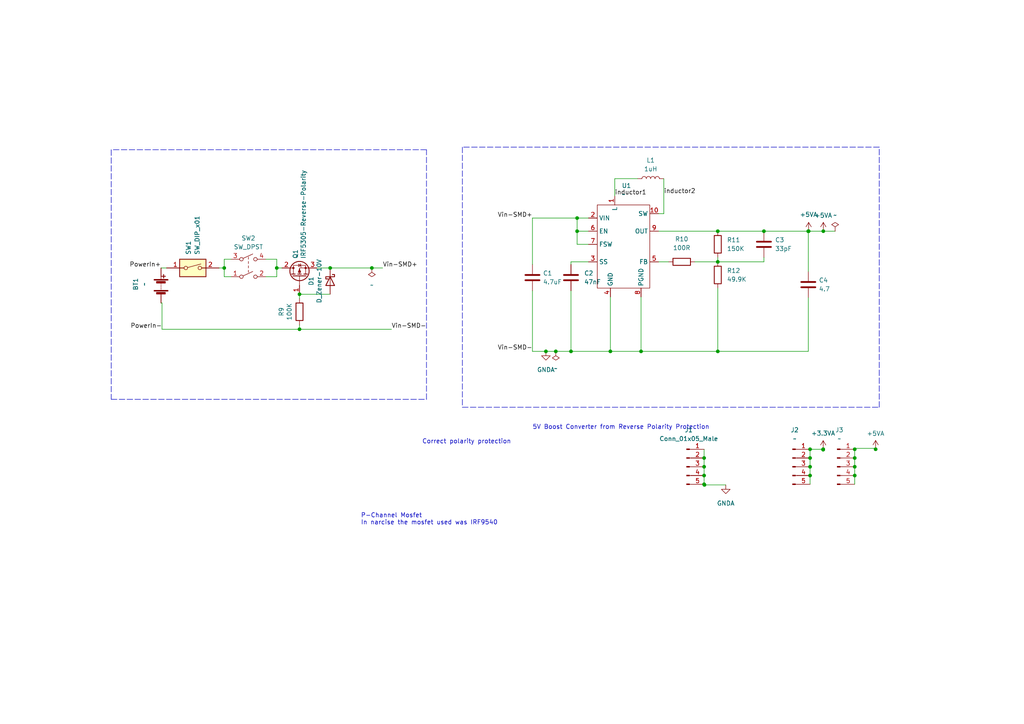
<source format=kicad_sch>
(kicad_sch (version 20211123) (generator eeschema)
  (paper "A4")
  (lib_symbols
    (symbol "Connector:Conn_01x05_Male" (pin_names (offset 1.016) hide)
      (property "Reference" "J" (at 0 7.62 0))
      (property "Value" "Conn_01x05_Male" (at 0 -7.62 0))
      (symbol "Conn_01x05_Male_1_1"
        (polyline (pts (xy 1.27 -5.08) (xy 0.8636 -5.08)) (stroke (width 0.1524)))
        (polyline (pts (xy 1.27 -2.54) (xy 0.8636 -2.54)) (stroke (width 0.1524)))
        (polyline (pts (xy 1.27 0) (xy 0.8636 0)) (stroke (width 0.1524)))
        (polyline (pts (xy 1.27 2.54) (xy 0.8636 2.54)) (stroke (width 0.1524)))
        (polyline (pts (xy 1.27 5.08) (xy 0.8636 5.08)) (stroke (width 0.1524)))
        (rectangle (start 0.8636 -4.953) (end 0 -5.207) (stroke (width 0.1524)) (fill (type outline)))
        (rectangle (start 0.8636 -2.413) (end 0 -2.667) (stroke (width 0.1524)) (fill (type outline)))
        (rectangle (start 0.8636 0.127) (end 0 -0.127) (stroke (width 0.1524)) (fill (type outline)))
        (rectangle (start 0.8636 2.667) (end 0 2.413) (stroke (width 0.1524)) (fill (type outline)))
        (rectangle (start 0.8636 5.207) (end 0 4.953) (stroke (width 0.1524)) (fill (type outline)))
        (pin passive line (at 5.08 5.08 180) (length 3.81) (name "Pin_1") (number "1"))
        (pin passive line (at 5.08 2.54 180) (length 3.81) (name "Pin_2") (number "2"))
        (pin passive line (at 5.08 0 180) (length 3.81) (name "Pin_3") (number "3"))
        (pin passive line (at 5.08 -2.54 180) (length 3.81) (name "Pin_4") (number "4"))
        (pin passive line (at 5.08 -5.08 180) (length 3.81) (name "Pin_5") (number "5"))
      )
    )
    (symbol "Device:Battery" (pin_numbers hide) (pin_names (offset 0) hide)
      (property "Reference" "BT" (at 2.54 2.54 0))
      (property "Value" "Battery" (at 2.54 0 0))
      (symbol "Battery_0_1"
        (rectangle (start -2.032 -1.397) (end 2.032 -1.651) (fill (type outline)))
        (rectangle (start -2.032 1.778) (end 2.032 1.524) (fill (type outline)))
        (rectangle (start -1.3208 -1.9812) (end 1.27 -2.4892) (fill (type outline)))
        (rectangle (start -1.3208 1.1938) (end 1.27 0.6858) (fill (type outline)))
        (polyline (pts (xy 0 -1.524) (xy 0 -1.27)))
        (polyline (pts (xy 0 -1.016) (xy 0 -0.762)))
        (polyline (pts (xy 0 -0.508) (xy 0 -0.254)))
        (polyline (pts (xy 0 0) (xy 0 0.254)))
        (polyline (pts (xy 0 0.508) (xy 0 0.762)))
        (polyline (pts (xy 0 1.778) (xy 0 2.54)))
        (polyline (pts (xy 0.254 2.667) (xy 1.27 2.667)) (stroke (width 0.254)))
        (polyline (pts (xy 0.762 3.175) (xy 0.762 2.159)) (stroke (width 0.254)))
      )
      (symbol "Battery_1_1"
        (pin passive line (at 0 5.08 270) (length 2.54) (name "+") (number "1"))
        (pin passive line (at 0 -5.08 90) (length 2.54) (name "-") (number "2"))
      )
    )
    (symbol "Device:C" (pin_numbers hide) (pin_names (offset 0.254))
      (property "Reference" "C" (at 0.635 2.54 0))
      (property "Value" "C" (at 0.635 -2.54 0))
      (symbol "C_0_1"
        (polyline (pts (xy -2.032 -0.762) (xy 2.032 -0.762)) (stroke (width 0.508)))
        (polyline (pts (xy -2.032 0.762) (xy 2.032 0.762)) (stroke (width 0.508)))
      )
      (symbol "C_1_1"
        (pin passive line (at 0 3.81 270) (length 2.794) (name "~") (number "1"))
        (pin passive line (at 0 -3.81 90) (length 2.794) (name "~") (number "2"))
      )
    )
    (symbol "Device:D_Schottky" (pin_numbers hide) (pin_names (offset 1.016) hide)
      (property "Reference" "D" (at 0 2.54 0))
      (property "Value" "D_Schottky" (at 0 -2.54 0))
      (symbol "D_Schottky_0_1"
        (polyline (pts (xy 1.27 0) (xy -1.27 0)))
        (polyline (pts (xy 1.27 1.27) (xy 1.27 -1.27) (xy -1.27 0) (xy 1.27 1.27)) (stroke (width 0.254)))
        (polyline (pts (xy -1.905 0.635) (xy -1.905 1.27) (xy -1.27 1.27) (xy -1.27 -1.27) (xy -0.635 -1.27) (xy -0.635 -0.635)) (stroke (width 0.254)))
      )
      (symbol "D_Schottky_1_1"
        (pin passive line (at -3.81 0 0) (length 2.54) (name "K") (number "1"))
        (pin passive line (at 3.81 0 180) (length 2.54) (name "A") (number "2"))
      )
    )
    (symbol "Device:L" (pin_numbers hide) (pin_names (offset 1.016) hide)
      (property "Reference" "L" (at -1.27 0 90))
      (property "Value" "L" (at 1.905 0 90))
      (symbol "L_0_1"
        (arc (start 0 -2.54) (mid 0.635 -1.905) (end 0 -1.27))
        (arc (start 0 -1.27) (mid 0.635 -0.635) (end 0 0))
        (arc (start 0 0) (mid 0.635 0.635) (end 0 1.27))
        (arc (start 0 1.27) (mid 0.635 1.905) (end 0 2.54))
      )
      (symbol "L_1_1"
        (pin passive line (at 0 3.81 270) (length 1.27) (name "1") (number "1"))
        (pin passive line (at 0 -3.81 90) (length 1.27) (name "2") (number "2"))
      )
    )
    (symbol "Device:R" (pin_numbers hide) (pin_names (offset 0))
      (property "Reference" "R" (at 2.032 0 90))
      (property "Value" "R" (at 0 0 90))
      (symbol "R_0_1"
        (rectangle (start -1.016 -2.54) (end 1.016 2.54) (stroke (width 0.254)))
      )
      (symbol "R_1_1"
        (pin passive line (at 0 3.81 270) (length 1.27) (name "~") (number "1"))
        (pin passive line (at 0 -3.81 90) (length 1.27) (name "~") (number "2"))
      )
    )
    (symbol "Switch:SW_DIP_x01" (pin_names (offset 0) hide)
      (property "Reference" "SW" (at 0 3.81 0))
      (property "Value" "SW_DIP_x01" (at 0 -3.81 0))
      (symbol "SW_DIP_x01_0_0"
        (circle (center -2.032 0) (radius 0.508))
        (polyline (pts (xy -1.524 0.127) (xy 2.3622 1.1684)))
        (circle (center 2.032 0) (radius 0.508))
      )
      (symbol "SW_DIP_x01_0_1"
        (rectangle (start -3.81 2.54) (end 3.81 -2.54) (stroke (width 0.254)) (fill (type background)))
      )
      (symbol "SW_DIP_x01_1_1"
        (pin passive line (at -7.62 0 0) (length 5.08) (name "~") (number "1"))
        (pin passive line (at 7.62 0 180) (length 5.08) (name "~") (number "2"))
      )
    )
    (symbol "Switch:SW_DPST" (pin_names (offset 0) hide)
      (property "Reference" "SW" (at 0 5.08 0))
      (property "Value" "SW_DPST" (at 0 -5.08 0))
      (symbol "SW_DPST_0_0"
        (circle (center -2.032 -2.54) (radius 0.508))
        (circle (center -2.032 2.54) (radius 0.508))
        (polyline (pts (xy -1.524 -2.286) (xy 1.27 -1.016)))
        (polyline (pts (xy -1.524 2.794) (xy 1.27 4.064)))
        (polyline (pts (xy 0 -1.27) (xy 0 -0.635)))
        (polyline (pts (xy 0 0) (xy 0 0.635)))
        (polyline (pts (xy 0 1.27) (xy 0 1.905)))
        (polyline (pts (xy 0 2.54) (xy 0 3.175)))
        (circle (center 2.032 -2.54) (radius 0.508))
        (circle (center 2.032 2.54) (radius 0.508))
      )
      (symbol "SW_DPST_1_1"
        (pin passive line (at -5.08 -2.54 0) (length 2.54) (name "1") (number "1"))
        (pin passive line (at 5.08 -2.54 180) (length 2.54) (name "2") (number "2"))
        (pin passive line (at -5.08 2.54 0) (length 2.54) (name "3") (number "3"))
        (pin passive line (at 5.08 2.54 180) (length 2.54) (name "4") (number "4"))
      )
    )
    (symbol "ariadne-rescue:IRF5305-Reverse-Polarity-ariadne" (pin_names hide)
      (property "Reference" "Q" (at 3.81 1.905 0))
      (property "Value" "IRF5305-Reverse-Polarity-ariadne" (at 3.81 0 0))
      (symbol "IRF5305-Reverse-Polarity-ariadne_0_1"
        (polyline (pts (xy -1.016 0) (xy -3.81 0)))
        (polyline (pts (xy -1.016 1.905) (xy -1.016 -1.905)) (stroke (width 0.254)))
        (polyline (pts (xy -0.508 -1.27) (xy -0.508 -2.286)) (stroke (width 0.254)))
        (polyline (pts (xy -0.508 0.508) (xy -0.508 -0.508)) (stroke (width 0.254)))
        (polyline (pts (xy -0.508 2.286) (xy -0.508 1.27)) (stroke (width 0.254)))
        (polyline (pts (xy 1.27 2.54) (xy 1.27 1.778)))
        (polyline (pts (xy 1.27 -2.54) (xy 1.27 0) (xy -0.508 0)))
        (polyline (pts (xy -0.508 1.778) (xy 2.032 1.778) (xy 2.032 -1.778) (xy -0.508 -1.778)))
        (polyline (pts (xy 1.016 0) (xy 0 0.381) (xy 0 -0.381) (xy 1.016 0)) (fill (type outline)))
        (polyline (pts (xy 1.524 -0.508) (xy 1.651 -0.381) (xy 2.413 -0.381) (xy 2.54 -0.254)))
        (polyline (pts (xy 2.032 -0.381) (xy 1.651 0.254) (xy 2.413 0.254) (xy 2.032 -0.381)))
        (circle (center 0.381 0) (radius 2.794) (stroke (width 0.254)))
        (circle (center 1.27 -1.778) (radius 0.254) (fill (type outline)))
        (circle (center 1.27 1.778) (radius 0.254) (fill (type outline)))
      )
      (symbol "IRF5305-Reverse-Polarity-ariadne_1_1"
        (pin passive line (at -6.35 0 0) (length 2.54) (name "G") (number "1"))
        (pin output line (at 1.27 5.08 270) (length 2.54) (name "D") (number "2"))
        (pin input line (at 1.27 -5.08 90) (length 2.54) (name "S") (number "3"))
      )
    )
    (symbol "boost-converter:TPS61080"
      (property "Reference" "U" (at 1.27 -1.27 0))
      (property "Value" "TPS61080" (at 0 -17.78 0))
      (symbol "TPS61080_0_1"
        (rectangle (start -7.62 -3.81) (end 7.62 -27.94))
      )
      (symbol "TPS61080_1_1"
        (pin bidirectional line (at -2.54 -1.27 270) (length 2.54) (name "L") (number "1"))
        (pin bidirectional line (at 10.16 -6.35 180) (length 2.54) (name "SW") (number "10"))
        (pin power_in line (at -10.16 -7.62 0) (length 2.54) (name "VIN") (number "2"))
        (pin bidirectional line (at -10.16 -20.32 0) (length 2.54) (name "SS") (number "3"))
        (pin bidirectional line (at -3.81 -30.48 90) (length 2.54) (name "GND") (number "4"))
        (pin bidirectional line (at 10.16 -20.32 180) (length 2.54) (name "FB") (number "5"))
        (pin input line (at -10.16 -11.43 0) (length 2.54) (name "EN") (number "6"))
        (pin input line (at -10.16 -15.24 0) (length 2.54) (name "FSW") (number "7"))
        (pin bidirectional line (at 5.08 -30.48 90) (length 2.54) (name "PGND") (number "8"))
        (pin bidirectional line (at 10.16 -11.43 180) (length 2.54) (name "OUT") (number "9"))
      )
    )
    (symbol "power:+3.3VA" (power) (pin_names (offset 0))
      (property "Value" "+3.3VA" (at 0 3.556 0))
      (symbol "+3.3VA_0_1"
        (polyline (pts (xy -0.762 1.27) (xy 0 2.54)))
        (polyline (pts (xy 0 0) (xy 0 2.54)))
        (polyline (pts (xy 0 2.54) (xy 0.762 1.27)))
      )
      (symbol "+3.3VA_1_1"
        (pin power_in line (at 0 0 90) (length 0) hide (name "+3.3VA") (number "1"))
      )
    )
    (symbol "power:+5VA" (power) (pin_names (offset 0))
      (property "Value" "+5VA" (at 0 3.556 0))
      (symbol "+5VA_0_1"
        (polyline (pts (xy -0.762 1.27) (xy 0 2.54)))
        (polyline (pts (xy 0 0) (xy 0 2.54)))
        (polyline (pts (xy 0 2.54) (xy 0.762 1.27)))
      )
      (symbol "+5VA_1_1"
        (pin power_in line (at 0 0 90) (length 0) hide (name "+5VA") (number "1"))
      )
    )
    (symbol "power:GNDA" (power) (pin_names (offset 0))
      (property "Value" "GNDA" (at 0 -3.81 0))
      (symbol "GNDA_0_1"
        (polyline (pts (xy 0 0) (xy 0 -1.27) (xy 1.27 -1.27) (xy 0 -2.54) (xy -1.27 -1.27) (xy 0 -1.27)))
      )
      (symbol "GNDA_1_1"
        (pin power_in line (at 0 0 270) (length 0) hide (name "GNDA") (number "1"))
      )
    )
    (symbol "power:PWR_FLAG" (power) (pin_numbers hide) (pin_names (offset 0) hide)
      (property "Value" "PWR_FLAG" (at 0 3.81 0))
      (symbol "PWR_FLAG_0_0"
        (pin power_out line (at 0 0 90) (length 0) (name "pwr") (number "1"))
      )
      (symbol "PWR_FLAG_0_1"
        (polyline (pts (xy 0 0) (xy 0 1.27) (xy -1.016 1.905) (xy 0 2.54) (xy 1.016 1.905) (xy 0 1.27)))
      )
    )
  )
  (junction (at 107.8547 77.724))
  (junction (at 167.386 67.056))
  (junction (at 204.216 137.922))
  (junction (at 247.904 137.922))
  (junction (at 253.9665 130.302))
  (junction (at 234.95 135.382))
  (junction (at 208.1859 75.946))
  (junction (at 204.216 140.462))
  (junction (at 65.0349 77.724))
  (junction (at 204.216 135.382))
  (junction (at 234.95 137.922))
  (junction (at 158.3371 101.913))
  (junction (at 234.95 132.842))
  (junction (at 234.442 67.0813))
  (junction (at 238.76 130.302))
  (junction (at 204.3215 140.645))
  (junction (at 234.95 130.302))
  (junction (at 80.2749 77.724))
  (junction (at 86.868 85.344))
  (junction (at 238.7369 130.4004))
  (junction (at 177.038 101.913))
  (junction (at 161.2039 101.913))
  (junction (at 247.904 132.842))
  (junction (at 238.7936 67.056))
  (junction (at 238.76 130.345))
  (junction (at 208.1859 67.056))
  (junction (at 247.904 135.382))
  (junction (at 208.1859 101.913))
  (junction (at 95.758 77.724))
  (junction (at 234.5393 67.056))
  (junction (at 165.608 101.913))
  (junction (at 167.386 63.246))
  (junction (at 234.442 67.056))
  (junction (at 221.5678 67.056))
  (junction (at 204.216 132.842))
  (junction (at 247.904 130.302))
  (junction (at 238.76 130.4004))
  (junction (at 86.868 95.504))
  (junction (at 185.928 101.913))
  (wire (pts (xy 165.608 76.708) (xy 165.608 75.946)))
  (wire (pts (xy 247.904 137.922) (xy 247.904 140.462)))
  (wire (pts (xy 208.1859 101.913) (xy 185.928 101.913)))
  (wire (pts (xy 77.1356 75.184) (xy 80.2749 75.184)))
  (wire (pts (xy 161.2039 101.913) (xy 165.608 101.913)))
  (wire (pts (xy 86.868 94.234) (xy 86.868 95.504)))
  (wire (pts (xy 192.532 51.816) (xy 192.532 61.976)))
  (wire (pts (xy 91.948 77.724) (xy 95.758 77.724)))
  (wire (pts (xy 208.1859 74.676) (xy 208.1859 75.946)))
  (wire (pts (xy 204.216 132.842) (xy 204.216 135.382)))
  (wire (pts (xy 66.9756 75.184) (xy 65.0349 75.184)))
  (wire (pts (xy 170.688 67.056) (xy 167.386 67.056)))
  (wire (pts (xy 46.99 87.884) (xy 46.7068 87.884)))
  (wire (pts (xy 234.95 132.842) (xy 234.95 135.382)))
  (wire (pts (xy 234.5393 67.056) (xy 238.7936 67.056)))
  (wire (pts (xy 46.99 95.504) (xy 46.99 87.884)))
  (wire (pts (xy 234.442 86.36) (xy 234.442 101.913)))
  (wire (pts (xy 65.0349 75.184) (xy 65.0349 77.724)))
  (polyline (pts (xy 123.698 43.434) (xy 32.258 43.434)))
  (wire (pts (xy 234.95 130.302) (xy 234.95 132.842)))
  (wire (pts (xy 254 130.302) (xy 253.9665 130.302)))
  (wire (pts (xy 86.868 95.504) (xy 113.538 95.504)))
  (wire (pts (xy 185.928 101.913) (xy 177.038 101.913)))
  (wire (pts (xy 221.5678 67.056) (xy 234.442 67.056)))
  (wire (pts (xy 191.008 75.946) (xy 193.9135 75.946)))
  (wire (pts (xy 208.1859 83.566) (xy 208.1859 101.913)))
  (wire (pts (xy 80.2749 80.264) (xy 80.2749 77.724)))
  (wire (pts (xy 192.532 61.976) (xy 191.008 61.976)))
  (wire (pts (xy 238.76 130.345) (xy 238.76 130.4004)))
  (wire (pts (xy 204.3215 140.645) (xy 210.5073 140.645)))
  (wire (pts (xy 204.216 135.382) (xy 204.216 137.922)))
  (wire (pts (xy 247.904 130.048) (xy 247.904 130.302)))
  (wire (pts (xy 247.904 130.302) (xy 247.904 132.842)))
  (wire (pts (xy 65.0349 80.264) (xy 66.9756 80.264)))
  (wire (pts (xy 46.7068 77.724) (xy 48.3084 77.724)))
  (wire (pts (xy 178.308 51.816) (xy 178.308 56.896)))
  (wire (pts (xy 177.038 101.913) (xy 165.608 101.913)))
  (wire (pts (xy 238.7936 67.056) (xy 242.2193 67.056)))
  (wire (pts (xy 234.95 137.922) (xy 234.95 140.462)))
  (wire (pts (xy 208.1859 75.946) (xy 221.5678 75.946)))
  (wire (pts (xy 185.928 86.106) (xy 185.928 101.913)))
  (wire (pts (xy 165.608 84.328) (xy 165.608 101.913)))
  (wire (pts (xy 234.95 135.382) (xy 234.95 137.922)))
  (wire (pts (xy 80.2749 75.184) (xy 80.2749 77.724)))
  (polyline (pts (xy 32.258 43.434) (xy 32.258 115.824)))
  (wire (pts (xy 247.904 135.382) (xy 247.904 137.922)))
  (wire (pts (xy 238.76 130.302) (xy 238.76 130.345)))
  (wire (pts (xy 65.0349 77.724) (xy 65.0349 80.264)))
  (wire (pts (xy 167.386 67.056) (xy 167.386 70.866)))
  (wire (pts (xy 46.99 95.504) (xy 86.868 95.504)))
  (wire (pts (xy 170.688 70.866) (xy 167.386 70.866)))
  (wire (pts (xy 80.2749 77.724) (xy 81.788 77.724)))
  (wire (pts (xy 234.442 101.913) (xy 208.1859 101.913)))
  (wire (pts (xy 158.3371 101.913) (xy 161.2039 101.913)))
  (wire (pts (xy 221.5678 75.946) (xy 221.5678 74.676)))
  (wire (pts (xy 238.7369 130.4004) (xy 238.6763 130.4004)))
  (wire (pts (xy 234.442 67.0813) (xy 234.442 78.74)))
  (wire (pts (xy 107.8547 77.724) (xy 110.998 77.724)))
  (wire (pts (xy 201.5335 75.946) (xy 208.1859 75.946)))
  (wire (pts (xy 154.432 63.246) (xy 154.432 76.708)))
  (wire (pts (xy 63.5484 77.724) (xy 65.0349 77.724)))
  (wire (pts (xy 204.216 140.645) (xy 204.3215 140.645)))
  (polyline (pts (xy 255.016 42.672) (xy 134.112 42.672)))
  (wire (pts (xy 77.1356 80.264) (xy 80.2749 80.264)))
  (wire (pts (xy 184.912 51.816) (xy 178.308 51.816)))
  (wire (pts (xy 208.1859 67.056) (xy 221.5678 67.056)))
  (wire (pts (xy 234.442 67.056) (xy 234.5393 67.056)))
  (wire (pts (xy 254 130.048) (xy 254 130.302)))
  (wire (pts (xy 154.432 84.328) (xy 154.432 101.913)))
  (wire (pts (xy 154.432 101.913) (xy 158.3371 101.913)))
  (wire (pts (xy 167.386 63.246) (xy 170.688 63.246)))
  (wire (pts (xy 165.608 75.946) (xy 170.688 75.946)))
  (wire (pts (xy 204.216 130.302) (xy 204.216 132.842)))
  (wire (pts (xy 204.216 137.922) (xy 204.216 140.462)))
  (polyline (pts (xy 32.258 115.824) (xy 123.698 115.824)))
  (wire (pts (xy 154.432 63.246) (xy 167.386 63.246)))
  (wire (pts (xy 234.95 130.302) (xy 238.76 130.302)))
  (wire (pts (xy 254 130.048) (xy 247.904 130.048)))
  (wire (pts (xy 95.758 85.344) (xy 86.868 85.344)))
  (wire (pts (xy 238.76 130.4004) (xy 238.7369 130.4004)))
  (wire (pts (xy 204.216 140.462) (xy 204.216 140.645)))
  (wire (pts (xy 234.442 67.056) (xy 234.442 67.0813)))
  (wire (pts (xy 191.008 67.056) (xy 208.1859 67.056)))
  (wire (pts (xy 95.758 77.724) (xy 107.8547 77.724)))
  (polyline (pts (xy 134.112 42.672) (xy 134.112 118.11)))
  (polyline (pts (xy 123.698 115.824) (xy 123.698 43.434)))
  (wire (pts (xy 167.386 63.246) (xy 167.386 67.056)))
  (wire (pts (xy 86.868 86.614) (xy 86.868 85.344)))
  (wire (pts (xy 247.904 132.842) (xy 247.904 135.382)))
  (wire (pts (xy 177.038 86.106) (xy 177.038 101.913)))
  (polyline (pts (xy 255.016 118.11) (xy 255.016 42.672)))
  (polyline (pts (xy 134.112 118.11) (xy 255.016 118.11)))
  (text "Correct polarity protection\n" (at 122.428 128.905 0) (effects (font (size 1.27 1.27)) (justify left bottom)))
  (text "P-Channel Mosfet\nIn narcise the mosfet used was IRF9540" (at 104.648 152.4 0) (effects (font (size 1.27 1.27)) (justify left bottom)))
  (text "5V Boost Converter from Reverse Polarity Protection\n" (at 154.432 124.714 0) (effects (font (size 1.27 1.27)) (justify left bottom)))
  (label "PowerIn+" (at 46.7068 77.724 180))
  (label "inductor2" (at 192.532 56.438 0))
  (label "inductor1" (at 178.308 56.8167 0))
  (label "Vin-SMD+" (at 154.432 63.3155 180))
  (label "Vin-SMD-" (at 154.432 101.8041 180))
  (label "Vin-SMD-" (at 113.538 95.504 0))
  (label "PowerIn-" (at 46.99 95.504 180))
  (label "Vin-SMD+" (at 110.998 77.724 0))
  (symbol (lib_id "Device:R") (at 197.7235 75.946 90) (unit 1)
    (property "Reference" "R10" (at 197.7235 69.342 90))
    (property "Value" "100R" (at 197.7235 71.882 90))
    (property "Footprint" "Resistor_SMD:R_1206_3216Metric_Pad1.30x1.75mm_HandSolder" (effects hide))
  )
  (symbol (lib_id "Device:D_Schottky") (at 95.758 81.534 270) (unit 1)
    (property "Reference" "D1" (at 90.2462 81.534 0))
    (property "Value" "D_Zener-10V" (at 92.5576 81.534 0))
    (property "Footprint" "Diode_SMD:D_0603_1608Metric_Pad1.05x0.95mm_HandSolder" (effects hide))
  )
  (symbol (lib_id "Device:L") (at 188.722 51.816 90) (unit 1)
    (property "Reference" "L1" (at 188.722 46.482 90))
    (property "Value" "1uH" (at 188.722 49.022 90))
    (property "Footprint" "knownParts:Sumida-1uH-Inductor" (effects hide))
  )
  (symbol (lib_id "boost-converter:TPS61080") (at 180.848 55.626 0) (unit 1)
    (property "Reference" "U1" (at 180.3274 53.848 0) (effects (justify left)))
    (property "Value" "~" (at 180.3274 56.388 0) (effects (justify left)))
    (property "Footprint" "Package_SON:VSON-10-1EP_3x3mm_P0.5mm_EP1.65x2.4mm_ThermalVias" (effects hide))
  )
  (symbol (lib_id "Switch:SW_DPST") (at 72.0556 77.724 0) (unit 1)
    (property "Reference" "SW2" (at 72.0556 69.088 0))
    (property "Value" "SW_DPST" (at 72.0556 71.628 0))
    (property "Footprint" "knownParts:PVA1 EE H1 3.5N V2 Switch" (effects hide))
    (property "DigiKey-Part-Number" "108-PVA1EEH13.5NV2-ND" (effects hide))
    (property "Manufacturer-Product-Number" "PVA1 EE H1 3.5N V2" (effects hide))
  )
  (symbol (lib_id "power:PWR_FLAG") (at 242.2193 67.056 0) (unit 1)
    (property "Reference" "#FLG03" (effects hide))
    (property "Value" "~" (at 242.2193 62.4007 0))
  )
  (symbol (lib_id "Switch:SW_DIP_x01") (at 55.9284 77.724 0) (unit 1)
    (property "Reference" "SW1" (at 54.6583 73.914 90) (effects (justify left)))
    (property "Value" "SW_DIP_x01" (at 57.1983 73.914 90) (effects (justify left)))
    (property "Footprint" "Connector_JST:JST_XH_B2B-XH-AM_1x02_P2.50mm_Vertical" (effects hide))
  )
  (symbol (lib_id "ariadne-rescue:IRF5305-Reverse-Polarity-ariadne") (at 86.868 78.994 90) (unit 1)
    (property "Reference" "Q1" (at 85.6996 75.057 0) (effects (justify left)))
    (property "Value" "IRF5305-Reverse-Polarity" (at 88.011 75.057 0) (effects (justify left)))
    (property "Footprint" "Package_TO_SOT_SMD:TO-263-3_TabPin2" (effects hide))
    (property "Datasheet" "http://www.irf.com/product-info/datasheets/data/irf7606pbf.pdf" (effects hide))
  )
  (symbol (lib_id "Device:C") (at 221.5678 70.866 0) (unit 1)
    (property "Reference" "C3" (at 224.79 69.5959 0) (effects (justify left)))
    (property "Value" "33pF" (at 224.79 72.1359 0) (effects (justify left)))
    (property "Footprint" "Capacitor_SMD:C_1206_3216Metric_Pad1.33x1.80mm_HandSolder" (effects hide))
  )
  (symbol (lib_id "power:PWR_FLAG") (at 107.8547 77.724 180) (unit 1)
    (property "Reference" "#FLG01" (effects hide))
    (property "Value" "~" (at 107.8547 82.6818 0))
  )
  (symbol (lib_id "power:+3.3VA") (at 238.76 130.345 0) (unit 1)
    (property "Reference" "#PWR08" (effects hide))
    (property "Value" "+3.3VA" (at 238.76 125.6746 0))
  )
  (symbol (lib_id "Device:R") (at 208.1859 79.756 0) (unit 1)
    (property "Reference" "R12" (at 210.82 78.4859 0) (effects (justify left)))
    (property "Value" "49.9K" (at 210.82 81.0259 0) (effects (justify left)))
    (property "Footprint" "Resistor_SMD:R_1206_3216Metric_Pad1.30x1.75mm_HandSolder" (effects hide))
  )
  (symbol (lib_id "Device:C") (at 154.432 80.518 0) (unit 1)
    (property "Reference" "C1" (at 157.48 79.2479 0) (effects (justify left)))
    (property "Value" "4.7uF" (at 157.48 81.7879 0) (effects (justify left)))
    (property "Footprint" "Capacitor_SMD:C_1206_3216Metric_Pad1.33x1.80mm_HandSolder" (effects hide))
  )
  (symbol (lib_id "power:+5VA") (at 238.7936 67.056 0) (unit 1)
    (property "Reference" "#PWR09" (effects hide))
    (property "Value" "+5VA" (at 238.7936 62.484 0))
  )
  (symbol (lib_id "Device:C") (at 234.442 82.55 0) (unit 1)
    (property "Reference" "C4" (at 237.49 81.2799 0) (effects (justify left)))
    (property "Value" "4.7" (at 237.49 83.8199 0) (effects (justify left)))
    (property "Footprint" "Capacitor_SMD:C_1206_3216Metric_Pad1.33x1.80mm_HandSolder" (effects hide))
  )
  (symbol (lib_id "Connector:Conn_01x05_Male") (at 199.136 135.382 0) (unit 1)
    (property "Reference" "J1" (at 199.771 124.714 0))
    (property "Value" "Conn_01x05_Male" (at 199.771 127.254 0))
    (property "Footprint" "Connector_PinHeader_2.54mm:PinHeader_1x05_P2.54mm_Vertical" (effects hide))
  )
  (symbol (lib_id "power:PWR_FLAG") (at 161.2039 101.913 180) (unit 1)
    (property "Reference" "#FLG02" (effects hide))
    (property "Value" "~" (at 161.2039 106.8708 0))
  )
  (symbol (lib_id "Device:C") (at 165.608 80.518 0) (unit 1)
    (property "Reference" "C2" (at 169.418 79.2479 0) (effects (justify left)))
    (property "Value" "47nF" (at 169.418 81.7879 0) (effects (justify left)))
    (property "Footprint" "Capacitor_SMD:C_0603_1608Metric_Pad1.08x0.95mm_HandSolder" (effects hide))
  )
  (symbol (lib_id "power:GNDA") (at 210.5073 140.645 0) (unit 1)
    (property "Reference" "#PWR06" (effects hide))
    (property "Value" "GNDA" (at 210.5073 145.979 0))
  )
  (symbol (lib_id "power:GNDA") (at 158.3371 101.913 0) (unit 1)
    (property "Reference" "#PWR05" (effects hide))
    (property "Value" "GNDA" (at 158.3371 107.247 0))
  )
  (symbol (lib_id "Device:R") (at 208.1859 70.866 0) (unit 1)
    (property "Reference" "R11" (at 210.82 69.5959 0) (effects (justify left)))
    (property "Value" "150K" (at 210.82 72.1359 0) (effects (justify left)))
    (property "Footprint" "Resistor_SMD:R_1206_3216Metric_Pad1.30x1.75mm_HandSolder" (effects hide))
  )
  (symbol (lib_id "Device:Battery") (at 46.7068 82.804 0) (unit 1)
    (property "Reference" "BT1" (at 39.3408 82.423 90))
    (property "Value" "~" (at 41.8808 82.423 90))
    (property "Footprint" "1012:1012" (effects hide))
  )
  (symbol (lib_id "power:+5VA") (at 253.9665 130.302 0) (unit 1)
    (property "Reference" "#PWR010" (effects hide))
    (property "Value" "+5VA" (at 253.9665 125.73 0))
  )
  (symbol (lib_id "Connector:Conn_01x05_Male") (at 229.87 135.382 0) (unit 1)
    (property "Reference" "J2" (at 230.505 124.714 0))
    (property "Value" "~" (at 230.505 127.254 0))
    (property "Footprint" "Connector_PinHeader_2.54mm:PinHeader_1x05_P2.54mm_Vertical" (effects hide))
  )
  (symbol (lib_id "Connector:Conn_01x05_Male") (at 242.824 135.382 0) (unit 1)
    (property "Reference" "J3" (at 243.459 124.714 0))
    (property "Value" "~" (at 243.459 127.254 0))
    (property "Footprint" "Connector_PinHeader_2.54mm:PinHeader_1x05_P2.54mm_Vertical" (effects hide))
  )
  (symbol (lib_id "Device:R") (at 86.868 90.424 0) (unit 1)
    (property "Reference" "R9" (at 81.6102 90.424 90))
    (property "Value" "100K" (at 83.9216 90.424 90))
    (property "Footprint" "Resistor_SMD:R_1206_3216Metric_Pad1.30x1.75mm_HandSolder" (effects hide))
  )
  (symbol (lib_id "power:+5VA") (at 234.5393 67.056 0) (unit 1)
    (property "Reference" "#PWR07" (effects hide))
    (property "Value" "~" (at 234.5393 62.23 0))
  )
)
</source>
